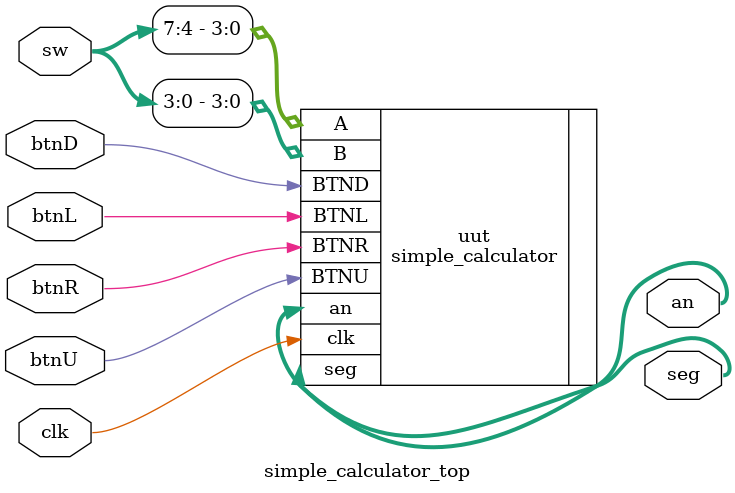
<source format=v>
`timescale 1ns / 1ps


module simple_calculator_top(
    input clk, 
    input [7:0] sw,     // switches
    input btnU,         // Button for addition
    input btnL,         // Button for subtraction
    input btnD,         // Button for multiplication
    input btnR,         // Button for division
    output [6:0] seg,
    output [3:0] an
);
    simple_calculator uut(
    .clk(clk), 
    .A(sw[7:4]),      // 4-bit input A
    .B(sw[3:0]),      // 4-bit input B
    .BTNU(btnU),         // Button for addition
    .BTNL(btnL),         // Button for subtraction
    .BTND(btnD),         // Button for multiplication
    .BTNR(btnR),         // Button for division
    .seg(seg),
    .an(an)
);
endmodule

</source>
